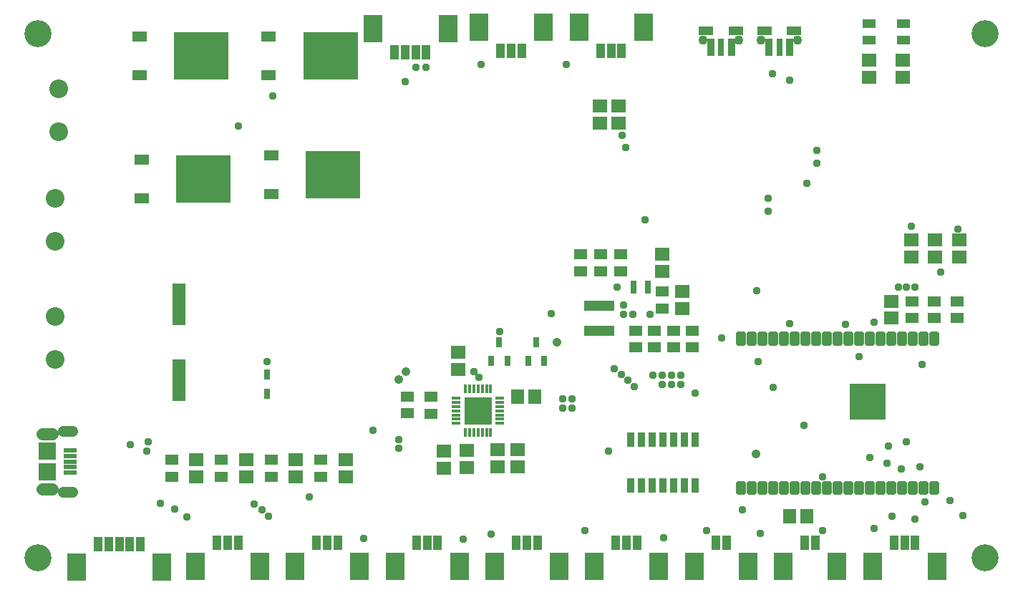
<source format=gbr>
G04 EAGLE Gerber X2 export*
%TF.Part,Single*%
%TF.FileFunction,Soldermask,Top,1*%
%TF.FilePolarity,Negative*%
%TF.GenerationSoftware,Autodesk,EAGLE,8.6.1*%
%TF.CreationDate,2020-03-10T10:31:54Z*%
G75*
%MOMM*%
%FSLAX34Y34*%
%LPD*%
%AMOC8*
5,1,8,0,0,1.08239X$1,22.5*%
G01*
%ADD10C,3.203200*%
%ADD11R,3.603200X1.303200*%
%ADD12R,1.603200X1.303200*%
%ADD13R,1.803200X1.503200*%
%ADD14R,1.603200X1.103200*%
%ADD15R,1.103200X0.457200*%
%ADD16R,0.457200X1.103200*%
%ADD17R,3.303200X3.303200*%
%ADD18R,1.553200X0.603200*%
%ADD19R,2.103200X2.103200*%
%ADD20C,1.271200*%
%ADD21C,1.421200*%
%ADD22R,0.703200X1.278200*%
%ADD23R,0.803200X1.303200*%
%ADD24R,1.503200X1.803200*%
%ADD25R,0.953200X2.003200*%
%ADD26R,0.803200X2.003200*%
%ADD27R,1.703200X1.103200*%
%ADD28C,1.103200*%
%ADD29C,0.566600*%
%ADD30R,4.203200X4.203200*%
%ADD31R,1.503200X4.953200*%
%ADD32R,1.003200X1.803200*%
%ADD33R,2.303200X3.203200*%
%ADD34C,2.203200*%
%ADD35R,6.403200X5.603200*%
%ADD36R,1.803200X1.203200*%
%ADD37R,0.853200X1.753200*%
%ADD38R,0.678200X0.503200*%
%ADD39C,0.959600*%
%ADD40C,1.059600*%


D10*
X40000Y40000D03*
X40000Y660000D03*
X1160000Y660000D03*
X1160000Y40000D03*
D11*
X703500Y338600D03*
X703500Y308600D03*
D12*
X778100Y355000D03*
X778100Y335000D03*
X705500Y379125D03*
X705500Y399125D03*
X791667Y309000D03*
X791667Y289000D03*
D13*
X802400Y335000D03*
X802400Y355000D03*
X777981Y379125D03*
X777981Y399125D03*
D14*
X1063300Y671450D03*
X1063300Y652450D03*
D13*
X1062900Y608700D03*
X1062900Y628700D03*
D15*
X534600Y229100D03*
X534600Y224100D03*
X534600Y219100D03*
X534600Y214100D03*
X534600Y209100D03*
X534600Y204100D03*
X534600Y199100D03*
D16*
X545500Y188200D03*
X550500Y188200D03*
X555500Y188200D03*
X560500Y188200D03*
X565500Y188200D03*
X570500Y188200D03*
X575500Y188200D03*
D15*
X586400Y199100D03*
X586400Y204100D03*
X586400Y209100D03*
X586400Y214100D03*
X586400Y219100D03*
X586400Y224100D03*
X586400Y229100D03*
D16*
X575500Y240000D03*
X570500Y240000D03*
X565500Y240000D03*
X560500Y240000D03*
X555500Y240000D03*
X550500Y240000D03*
X545500Y240000D03*
D17*
X560500Y214100D03*
D12*
X504900Y210400D03*
X504900Y230400D03*
X476900Y210900D03*
X476900Y230900D03*
D13*
X520100Y146400D03*
X520100Y166400D03*
X547033Y147200D03*
X547033Y167200D03*
X583967Y148000D03*
X583967Y168000D03*
X606900Y167900D03*
X606900Y147900D03*
D18*
X78050Y141100D03*
D19*
X51300Y166100D03*
X51300Y142100D03*
D18*
X78050Y167100D03*
X78050Y160600D03*
X78050Y154100D03*
X78050Y147600D03*
D20*
X80640Y190250D02*
X69960Y190250D01*
X69960Y117950D02*
X80640Y117950D01*
D21*
X57390Y121550D02*
X45210Y121550D01*
X45210Y186650D02*
X57390Y186650D01*
D22*
X311100Y233780D03*
X311100Y257020D03*
D14*
X1023000Y671450D03*
X1023000Y652450D03*
D13*
X1023000Y608700D03*
X1023000Y628700D03*
D12*
X1127300Y323750D03*
X1127300Y343750D03*
X1100456Y323750D03*
X1100456Y343750D03*
X1073613Y323750D03*
X1073613Y343750D03*
D13*
X1049019Y343750D03*
X1049019Y323750D03*
D23*
X576100Y273000D03*
X595100Y273000D03*
X585600Y295000D03*
X619600Y272800D03*
X638600Y272800D03*
X629100Y294800D03*
D13*
X537000Y283200D03*
X537000Y263200D03*
D24*
X627400Y231000D03*
X607400Y231000D03*
D25*
X904550Y643700D03*
D26*
X916800Y643700D03*
D25*
X929050Y643700D03*
D27*
X934300Y663200D03*
X899300Y663200D03*
D28*
X895550Y652700D03*
X938050Y652700D03*
D25*
X835650Y643700D03*
D26*
X847900Y643700D03*
D25*
X860150Y643700D03*
D27*
X865400Y663200D03*
X830400Y663200D03*
D28*
X826650Y652700D03*
X869150Y652700D03*
D29*
X1096767Y304833D02*
X1096767Y293967D01*
X1096767Y304833D02*
X1102433Y304833D01*
X1102433Y293967D01*
X1096767Y293967D01*
X1096767Y299632D02*
X1102433Y299632D01*
X1084067Y304833D02*
X1084067Y293967D01*
X1084067Y304833D02*
X1089733Y304833D01*
X1089733Y293967D01*
X1084067Y293967D01*
X1084067Y299632D02*
X1089733Y299632D01*
X1071367Y304833D02*
X1071367Y293967D01*
X1071367Y304833D02*
X1077033Y304833D01*
X1077033Y293967D01*
X1071367Y293967D01*
X1071367Y299632D02*
X1077033Y299632D01*
X1058667Y304833D02*
X1058667Y293967D01*
X1058667Y304833D02*
X1064333Y304833D01*
X1064333Y293967D01*
X1058667Y293967D01*
X1058667Y299632D02*
X1064333Y299632D01*
X1045967Y304833D02*
X1045967Y293967D01*
X1045967Y304833D02*
X1051633Y304833D01*
X1051633Y293967D01*
X1045967Y293967D01*
X1045967Y299632D02*
X1051633Y299632D01*
X1033267Y304833D02*
X1033267Y293967D01*
X1033267Y304833D02*
X1038933Y304833D01*
X1038933Y293967D01*
X1033267Y293967D01*
X1033267Y299632D02*
X1038933Y299632D01*
X1020567Y304833D02*
X1020567Y293967D01*
X1020567Y304833D02*
X1026233Y304833D01*
X1026233Y293967D01*
X1020567Y293967D01*
X1020567Y299632D02*
X1026233Y299632D01*
X1007867Y304833D02*
X1007867Y293967D01*
X1007867Y304833D02*
X1013533Y304833D01*
X1013533Y293967D01*
X1007867Y293967D01*
X1007867Y299632D02*
X1013533Y299632D01*
X995167Y304833D02*
X995167Y293967D01*
X995167Y304833D02*
X1000833Y304833D01*
X1000833Y293967D01*
X995167Y293967D01*
X995167Y299632D02*
X1000833Y299632D01*
X982467Y304833D02*
X982467Y293967D01*
X982467Y304833D02*
X988133Y304833D01*
X988133Y293967D01*
X982467Y293967D01*
X982467Y299632D02*
X988133Y299632D01*
X969767Y304833D02*
X969767Y293967D01*
X969767Y304833D02*
X975433Y304833D01*
X975433Y293967D01*
X969767Y293967D01*
X969767Y299632D02*
X975433Y299632D01*
X957067Y304833D02*
X957067Y293967D01*
X957067Y304833D02*
X962733Y304833D01*
X962733Y293967D01*
X957067Y293967D01*
X957067Y299632D02*
X962733Y299632D01*
X944367Y304833D02*
X944367Y293967D01*
X944367Y304833D02*
X950033Y304833D01*
X950033Y293967D01*
X944367Y293967D01*
X944367Y299632D02*
X950033Y299632D01*
X931667Y304833D02*
X931667Y293967D01*
X931667Y304833D02*
X937333Y304833D01*
X937333Y293967D01*
X931667Y293967D01*
X931667Y299632D02*
X937333Y299632D01*
X918967Y304833D02*
X918967Y293967D01*
X918967Y304833D02*
X924633Y304833D01*
X924633Y293967D01*
X918967Y293967D01*
X918967Y299632D02*
X924633Y299632D01*
X906267Y304833D02*
X906267Y293967D01*
X906267Y304833D02*
X911933Y304833D01*
X911933Y293967D01*
X906267Y293967D01*
X906267Y299632D02*
X911933Y299632D01*
X893567Y304833D02*
X893567Y293967D01*
X893567Y304833D02*
X899233Y304833D01*
X899233Y293967D01*
X893567Y293967D01*
X893567Y299632D02*
X899233Y299632D01*
X880867Y304833D02*
X880867Y293967D01*
X880867Y304833D02*
X886533Y304833D01*
X886533Y293967D01*
X880867Y293967D01*
X880867Y299632D02*
X886533Y299632D01*
X868167Y304833D02*
X868167Y293967D01*
X868167Y304833D02*
X873833Y304833D01*
X873833Y293967D01*
X868167Y293967D01*
X868167Y299632D02*
X873833Y299632D01*
X873833Y128633D02*
X873833Y117767D01*
X868167Y117767D01*
X868167Y128633D01*
X873833Y128633D01*
X873833Y123432D02*
X868167Y123432D01*
X886533Y128633D02*
X886533Y117767D01*
X880867Y117767D01*
X880867Y128633D01*
X886533Y128633D01*
X886533Y123432D02*
X880867Y123432D01*
X899233Y128633D02*
X899233Y117767D01*
X893567Y117767D01*
X893567Y128633D01*
X899233Y128633D01*
X899233Y123432D02*
X893567Y123432D01*
X911933Y128633D02*
X911933Y117767D01*
X906267Y117767D01*
X906267Y128633D01*
X911933Y128633D01*
X911933Y123432D02*
X906267Y123432D01*
X924633Y128633D02*
X924633Y117767D01*
X918967Y117767D01*
X918967Y128633D01*
X924633Y128633D01*
X924633Y123432D02*
X918967Y123432D01*
X937333Y128633D02*
X937333Y117767D01*
X931667Y117767D01*
X931667Y128633D01*
X937333Y128633D01*
X937333Y123432D02*
X931667Y123432D01*
X950033Y128633D02*
X950033Y117767D01*
X944367Y117767D01*
X944367Y128633D01*
X950033Y128633D01*
X950033Y123432D02*
X944367Y123432D01*
X962733Y128633D02*
X962733Y117767D01*
X957067Y117767D01*
X957067Y128633D01*
X962733Y128633D01*
X962733Y123432D02*
X957067Y123432D01*
X975433Y128633D02*
X975433Y117767D01*
X969767Y117767D01*
X969767Y128633D01*
X975433Y128633D01*
X975433Y123432D02*
X969767Y123432D01*
X988133Y128633D02*
X988133Y117767D01*
X982467Y117767D01*
X982467Y128633D01*
X988133Y128633D01*
X988133Y123432D02*
X982467Y123432D01*
X1000833Y128633D02*
X1000833Y117767D01*
X995167Y117767D01*
X995167Y128633D01*
X1000833Y128633D01*
X1000833Y123432D02*
X995167Y123432D01*
X1013533Y128633D02*
X1013533Y117767D01*
X1007867Y117767D01*
X1007867Y128633D01*
X1013533Y128633D01*
X1013533Y123432D02*
X1007867Y123432D01*
X1026233Y128633D02*
X1026233Y117767D01*
X1020567Y117767D01*
X1020567Y128633D01*
X1026233Y128633D01*
X1026233Y123432D02*
X1020567Y123432D01*
X1038933Y128633D02*
X1038933Y117767D01*
X1033267Y117767D01*
X1033267Y128633D01*
X1038933Y128633D01*
X1038933Y123432D02*
X1033267Y123432D01*
X1051633Y128633D02*
X1051633Y117767D01*
X1045967Y117767D01*
X1045967Y128633D01*
X1051633Y128633D01*
X1051633Y123432D02*
X1045967Y123432D01*
X1064333Y128633D02*
X1064333Y117767D01*
X1058667Y117767D01*
X1058667Y128633D01*
X1064333Y128633D01*
X1064333Y123432D02*
X1058667Y123432D01*
X1077033Y128633D02*
X1077033Y117767D01*
X1071367Y117767D01*
X1071367Y128633D01*
X1077033Y128633D01*
X1077033Y123432D02*
X1071367Y123432D01*
X1089733Y128633D02*
X1089733Y117767D01*
X1084067Y117767D01*
X1084067Y128633D01*
X1089733Y128633D01*
X1089733Y123432D02*
X1084067Y123432D01*
X1102433Y128633D02*
X1102433Y117767D01*
X1096767Y117767D01*
X1096767Y128633D01*
X1102433Y128633D01*
X1102433Y123432D02*
X1096767Y123432D01*
D30*
X1021700Y225100D03*
D31*
X206700Y250350D03*
X206700Y339850D03*
D32*
X499350Y638200D03*
X486850Y638200D03*
X474350Y638200D03*
X461850Y638200D03*
D33*
X524950Y665700D03*
X436250Y665700D03*
D32*
X251775Y58000D03*
X264275Y58000D03*
X276775Y58000D03*
D33*
X226175Y30500D03*
X302375Y30500D03*
D32*
X369750Y58000D03*
X382250Y58000D03*
X394750Y58000D03*
D33*
X344150Y30500D03*
X420350Y30500D03*
D32*
X487725Y58000D03*
X500225Y58000D03*
X512725Y58000D03*
D33*
X462125Y30500D03*
X538325Y30500D03*
D32*
X605700Y58000D03*
X618200Y58000D03*
X630700Y58000D03*
D33*
X580100Y30500D03*
X656300Y30500D03*
D32*
X723675Y58000D03*
X736175Y58000D03*
X748675Y58000D03*
D33*
X698075Y30500D03*
X774275Y30500D03*
D32*
X730400Y639800D03*
X717900Y639800D03*
X705400Y639800D03*
D33*
X756000Y667300D03*
X679800Y667300D03*
D32*
X612000Y639800D03*
X599500Y639800D03*
X587000Y639800D03*
D33*
X637600Y667300D03*
X561400Y667300D03*
D32*
X111200Y56500D03*
X123700Y56500D03*
X136200Y56500D03*
X148700Y56500D03*
X161200Y56500D03*
D33*
X85600Y29000D03*
X186800Y29000D03*
D13*
X726700Y574400D03*
X726700Y554400D03*
X704900Y574500D03*
X704900Y554500D03*
D32*
X841650Y58000D03*
X854150Y58000D03*
D33*
X816050Y30500D03*
X879750Y30500D03*
D32*
X947125Y58000D03*
X959625Y58000D03*
D33*
X921525Y30500D03*
X985225Y30500D03*
D32*
X1052600Y58000D03*
X1065100Y58000D03*
X1077600Y58000D03*
D33*
X1027000Y30500D03*
X1103200Y30500D03*
D13*
X1072629Y415900D03*
X1072629Y395900D03*
D34*
X64250Y595011D03*
X64250Y544211D03*
D13*
X1129300Y415900D03*
X1129300Y395900D03*
X1100638Y415900D03*
X1100638Y395900D03*
D34*
X59950Y465011D03*
X59950Y414211D03*
D35*
X233000Y633400D03*
D36*
X160000Y656200D03*
X160000Y610600D03*
D35*
X236000Y487800D03*
D36*
X163000Y510600D03*
X163000Y465000D03*
D35*
X386000Y633400D03*
D36*
X313000Y656200D03*
X313000Y610600D03*
D35*
X389000Y493100D03*
D36*
X316000Y515900D03*
X316000Y470300D03*
D34*
X60250Y325611D03*
X60250Y274811D03*
D24*
X949000Y89125D03*
X929000Y89125D03*
D37*
X740900Y125750D03*
X753600Y125750D03*
X766300Y125750D03*
X779000Y125750D03*
X791700Y125750D03*
X804400Y125750D03*
X817100Y125750D03*
X817100Y180250D03*
X804400Y180250D03*
X791700Y180250D03*
X779000Y180250D03*
X766300Y180250D03*
X753600Y180250D03*
X740900Y180250D03*
D12*
X374571Y135875D03*
X374571Y155875D03*
X315714Y135875D03*
X315714Y155875D03*
X256857Y135875D03*
X256857Y155875D03*
X198000Y135875D03*
X198000Y155875D03*
D13*
X345143Y135875D03*
X345143Y155875D03*
X286286Y135875D03*
X286286Y155875D03*
X227429Y135875D03*
X227429Y155875D03*
X404000Y135875D03*
X404000Y155875D03*
D38*
X744620Y365000D03*
X744620Y360000D03*
X744620Y355000D03*
X761380Y355000D03*
X761380Y360000D03*
X761380Y365000D03*
D12*
X682000Y379125D03*
X682000Y399125D03*
X814000Y309000D03*
X814000Y289000D03*
X729000Y379125D03*
X729000Y399125D03*
X747000Y309000D03*
X747000Y289000D03*
X769333Y309000D03*
X769333Y289000D03*
D39*
X277000Y551000D03*
X318000Y586000D03*
X894000Y69000D03*
X873000Y97000D03*
X780000Y64000D03*
X576000Y68000D03*
X543000Y62000D03*
X425000Y63000D03*
X758000Y440000D03*
X1058000Y360000D03*
X1108000Y378000D03*
X564000Y219000D03*
X767000Y256000D03*
X745000Y243000D03*
X738000Y250000D03*
X730000Y257000D03*
X722000Y264000D03*
X672000Y228000D03*
X661000Y228000D03*
X661000Y217000D03*
X672000Y217000D03*
X778000Y256000D03*
X789000Y256000D03*
X800000Y256000D03*
X778000Y245000D03*
X789000Y245000D03*
X800000Y245000D03*
X733000Y339000D03*
X733000Y328000D03*
X744000Y328000D03*
X1067000Y360000D03*
X1077000Y360000D03*
X715000Y166000D03*
X687000Y72000D03*
X474000Y603000D03*
X647000Y329000D03*
X564000Y624000D03*
X665000Y624000D03*
X904000Y450000D03*
X961000Y507000D03*
X764000Y328000D03*
X725000Y360000D03*
X149000Y174000D03*
X361000Y112000D03*
X311000Y272000D03*
X436000Y191000D03*
X467000Y180000D03*
X170446Y177554D03*
D40*
X467000Y251000D03*
D39*
X467088Y170000D03*
X168650Y166350D03*
D40*
X475000Y260000D03*
D39*
X555574Y260426D03*
X1024000Y158512D03*
X562000Y254000D03*
X1044000Y152000D03*
X586000Y308000D03*
X1046000Y172000D03*
X929000Y605000D03*
X1086000Y269000D03*
D40*
X654000Y295000D03*
X889000Y162822D03*
D39*
X909000Y613000D03*
X929000Y317000D03*
X890000Y356000D03*
X904000Y465000D03*
X961000Y522000D03*
X731000Y540000D03*
X1029000Y319000D03*
X735000Y525000D03*
X995000Y316000D03*
X499000Y620000D03*
X910000Y242000D03*
X487000Y620000D03*
X892000Y272000D03*
X817000Y235000D03*
X849000Y300000D03*
X1050500Y89500D03*
X1083000Y148000D03*
X1067000Y177000D03*
X1073000Y432000D03*
X831000Y72000D03*
X1061000Y145000D03*
X968000Y72000D03*
X968000Y136000D03*
X946000Y197000D03*
X1011000Y278000D03*
X949000Y483322D03*
X1128000Y429000D03*
X1089000Y106000D03*
X1134000Y90000D03*
X184700Y104700D03*
X296000Y104000D03*
X201500Y97500D03*
X305000Y97000D03*
X216500Y88500D03*
X313000Y89000D03*
X1119000Y108000D03*
X1029000Y75000D03*
X1077000Y86000D03*
M02*

</source>
